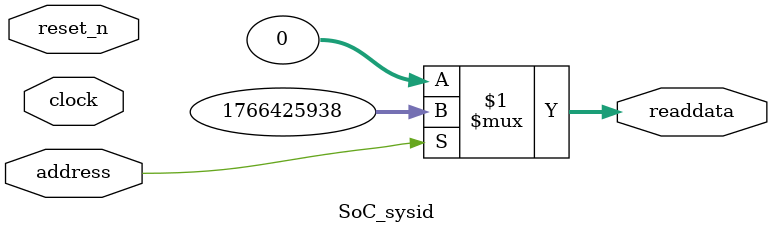
<source format=v>

`timescale 1ns / 1ps
// synthesis translate_on

// turn off superfluous verilog processor warnings 
// altera message_level Level1 
// altera message_off 10034 10035 10036 10037 10230 10240 10030 

module SoC_sysid (
               // inputs:
                address,
                clock,
                reset_n,

               // outputs:
                readdata
             )
;

  output  [ 31: 0] readdata;
  input            address;
  input            clock;
  input            reset_n;

  wire    [ 31: 0] readdata;
  //control_slave, which is an e_avalon_slave
  assign readdata = address ? 1766425938 : 0;

endmodule




</source>
